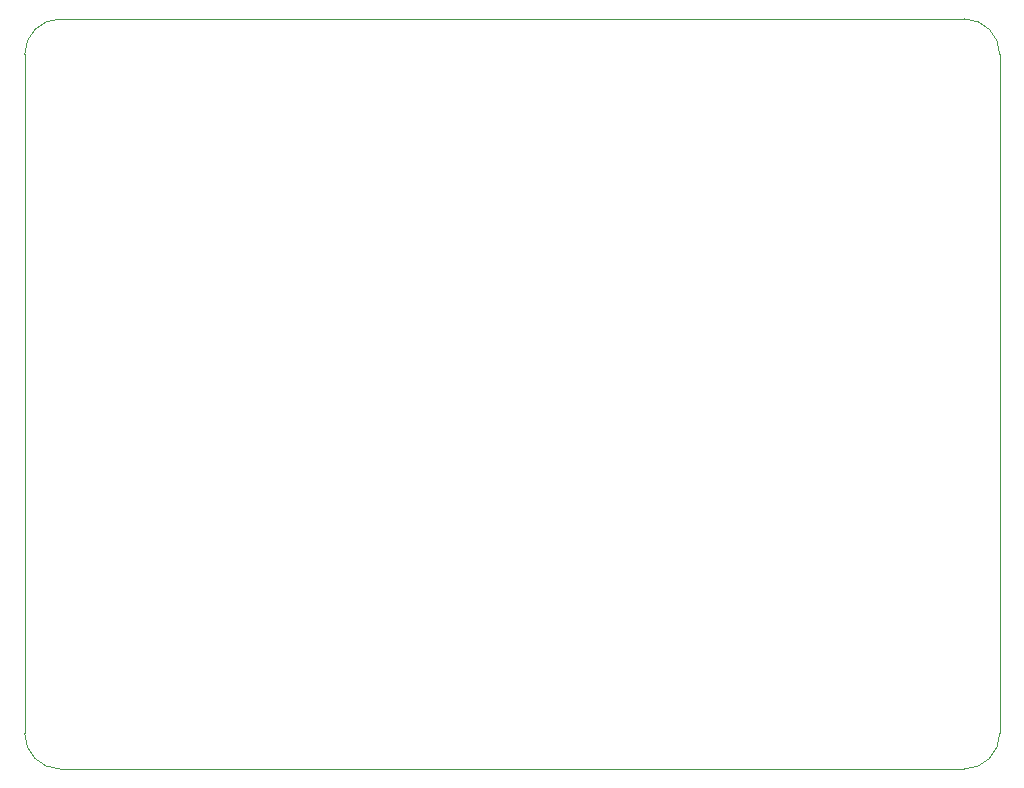
<source format=gm1>
G04 #@! TF.GenerationSoftware,KiCad,Pcbnew,8.0.4*
G04 #@! TF.CreationDate,2024-11-20T17:04:54-05:00*
G04 #@! TF.ProjectId,big_hbridge,6269675f-6862-4726-9964-67652e6b6963,rev?*
G04 #@! TF.SameCoordinates,Original*
G04 #@! TF.FileFunction,Profile,NP*
%FSLAX46Y46*%
G04 Gerber Fmt 4.6, Leading zero omitted, Abs format (unit mm)*
G04 Created by KiCad (PCBNEW 8.0.4) date 2024-11-20 17:04:54*
%MOMM*%
%LPD*%
G01*
G04 APERTURE LIST*
G04 #@! TA.AperFunction,Profile*
%ADD10C,0.050000*%
G04 #@! TD*
G04 APERTURE END LIST*
D10*
X79550000Y0D02*
G75*
G02*
X82550000Y-3000000I0J-3000000D01*
G01*
X82550000Y-60500000D02*
G75*
G02*
X79550000Y-63500000I-3000000J0D01*
G01*
X0Y-3000000D02*
G75*
G02*
X3000000Y0I3000000J0D01*
G01*
X3000000Y-63500000D02*
G75*
G02*
X0Y-60500000I0J3000000D01*
G01*
X3000000Y0D02*
X79550000Y0D01*
X79550000Y-63500000D02*
X3000000Y-63500000D01*
X82550000Y-3000000D02*
X82550000Y-60500000D01*
X0Y-60500000D02*
X0Y-3000000D01*
M02*

</source>
